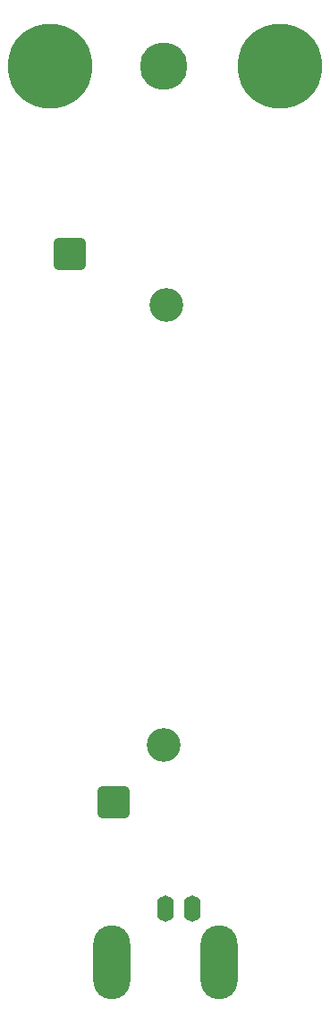
<source format=gbr>
%TF.GenerationSoftware,KiCad,Pcbnew,(6.0.6)*%
%TF.CreationDate,2023-04-06T13:29:05+02:00*%
%TF.ProjectId,1to5UnUn,31746f35-556e-4556-9e2e-6b696361645f,rev?*%
%TF.SameCoordinates,Original*%
%TF.FileFunction,Soldermask,Bot*%
%TF.FilePolarity,Negative*%
%FSLAX46Y46*%
G04 Gerber Fmt 4.6, Leading zero omitted, Abs format (unit mm)*
G04 Created by KiCad (PCBNEW (6.0.6)) date 2023-04-06 13:29:05*
%MOMM*%
%LPD*%
G01*
G04 APERTURE LIST*
G04 Aperture macros list*
%AMRoundRect*
0 Rectangle with rounded corners*
0 $1 Rounding radius*
0 $2 $3 $4 $5 $6 $7 $8 $9 X,Y pos of 4 corners*
0 Add a 4 corners polygon primitive as box body*
4,1,4,$2,$3,$4,$5,$6,$7,$8,$9,$2,$3,0*
0 Add four circle primitives for the rounded corners*
1,1,$1+$1,$2,$3*
1,1,$1+$1,$4,$5*
1,1,$1+$1,$6,$7*
1,1,$1+$1,$8,$9*
0 Add four rect primitives between the rounded corners*
20,1,$1+$1,$2,$3,$4,$5,0*
20,1,$1+$1,$4,$5,$6,$7,0*
20,1,$1+$1,$6,$7,$8,$9,0*
20,1,$1+$1,$8,$9,$2,$3,0*%
G04 Aperture macros list end*
%ADD10RoundRect,0.375000X-1.125000X-1.125000X1.125000X-1.125000X1.125000X1.125000X-1.125000X1.125000X0*%
%ADD11C,1.500000*%
%ADD12C,8.000000*%
%ADD13C,0.800000*%
%ADD14C,3.200000*%
%ADD15O,1.600000X2.500000*%
%ADD16O,3.500000X7.000000*%
%ADD17C,4.500000*%
G04 APERTURE END LIST*
D10*
%TO.C,*%
X58750000Y-140750000D03*
%TD*%
D11*
%TO.C,REF\u002A\u002A*%
X74500000Y-73370000D03*
D12*
X74500000Y-71120000D03*
D13*
X76750000Y-71120000D03*
X72909010Y-69529010D03*
X76090990Y-72710990D03*
X76090990Y-69529010D03*
X72250000Y-71120000D03*
X74500000Y-68870000D03*
X72909010Y-72710990D03*
%TD*%
D10*
%TO.C,REF\u002A\u002A*%
X54610000Y-88900000D03*
%TD*%
D14*
%TO.C,*%
X63754000Y-93726000D03*
%TD*%
D11*
%TO.C,REF\u002A\u002A*%
X52750000Y-73370000D03*
D12*
X52750000Y-71120000D03*
D13*
X55000000Y-71120000D03*
X51159010Y-69529010D03*
X54340990Y-72710990D03*
X54340990Y-69529010D03*
X50500000Y-71120000D03*
X52750000Y-68870000D03*
X51159010Y-72710990D03*
%TD*%
D15*
%TO.C,REF\u002A\u002A*%
X63652400Y-150876000D03*
X66192400Y-150876000D03*
D16*
X68732400Y-155956000D03*
X58572400Y-155956000D03*
%TD*%
D17*
%TO.C,H5*%
X63500000Y-71120000D03*
%TD*%
D14*
%TO.C,*%
X63500000Y-135382000D03*
%TD*%
M02*

</source>
